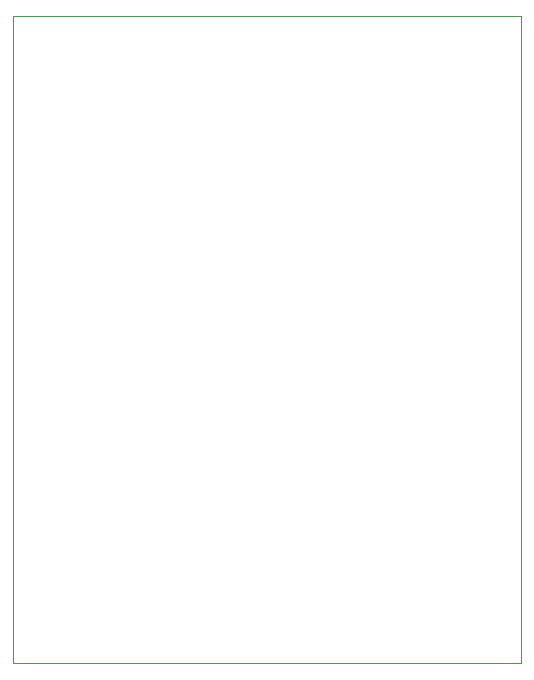
<source format=gbr>
G04 #@! TF.GenerationSoftware,KiCad,Pcbnew,(5.1.0)-1*
G04 #@! TF.CreationDate,2021-02-13T20:01:35+01:00*
G04 #@! TF.ProjectId,GreaseWeazle,47726561-7365-4576-9561-7a6c652e6b69,rev?*
G04 #@! TF.SameCoordinates,Original*
G04 #@! TF.FileFunction,Profile,NP*
%FSLAX46Y46*%
G04 Gerber Fmt 4.6, Leading zero omitted, Abs format (unit mm)*
G04 Created by KiCad (PCBNEW (5.1.0)-1) date 2021-02-13 20:01:35*
%MOMM*%
%LPD*%
G04 APERTURE LIST*
%ADD10C,0.050000*%
G04 APERTURE END LIST*
D10*
X75453240Y-98500000D02*
X118453240Y-98493580D01*
X75453240Y-43670220D02*
X118453240Y-43663800D01*
X118453240Y-43663800D02*
X118453240Y-98493580D01*
X75453240Y-43670220D02*
X75453240Y-98500000D01*
M02*

</source>
